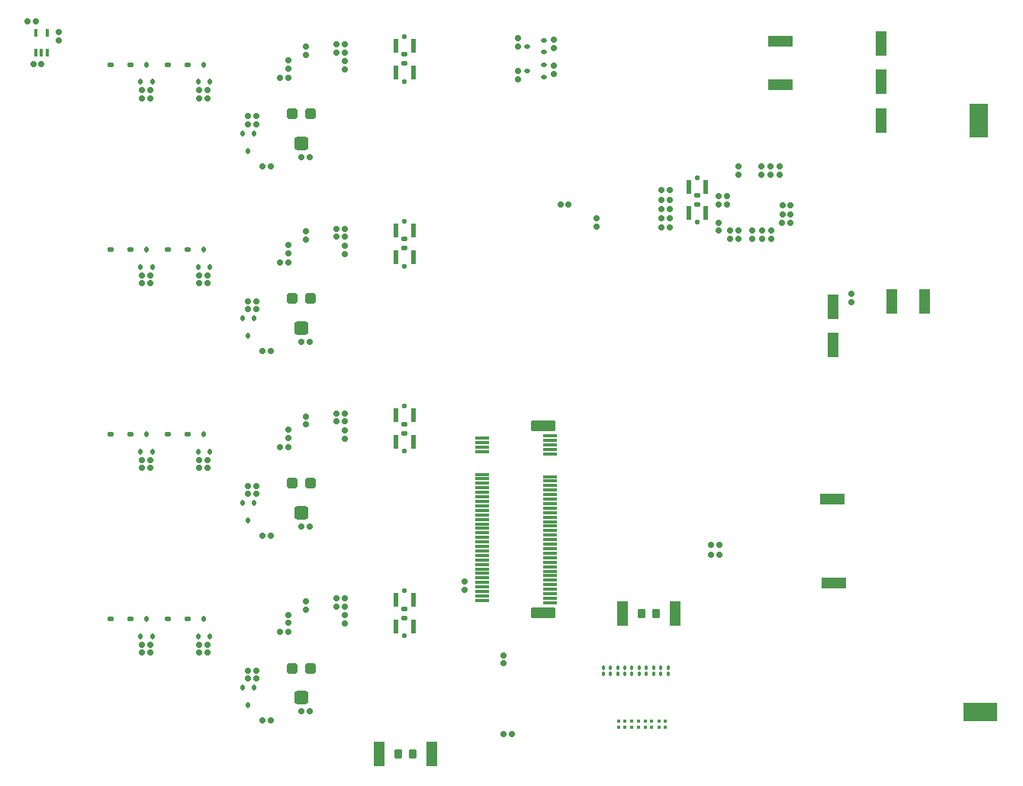
<source format=gbp>
G04*
G04 #@! TF.GenerationSoftware,Altium Limited,Altium Designer,23.0.1 (38)*
G04*
G04 Layer_Color=128*
%FSAX25Y25*%
%MOIN*%
G70*
G04*
G04 #@! TF.SameCoordinates,6E8D14A1-A76B-48EF-8A5D-7AFE63AE9358*
G04*
G04*
G04 #@! TF.FilePolarity,Positive*
G04*
G01*
G75*
G04:AMPARAMS|DCode=28|XSize=23.62mil|YSize=23.62mil|CornerRadius=5.91mil|HoleSize=0mil|Usage=FLASHONLY|Rotation=180.000|XOffset=0mil|YOffset=0mil|HoleType=Round|Shape=RoundedRectangle|*
%AMROUNDEDRECTD28*
21,1,0.02362,0.01181,0,0,180.0*
21,1,0.01181,0.02362,0,0,180.0*
1,1,0.01181,-0.00591,0.00591*
1,1,0.01181,0.00591,0.00591*
1,1,0.01181,0.00591,-0.00591*
1,1,0.01181,-0.00591,-0.00591*
%
%ADD28ROUNDEDRECTD28*%
G04:AMPARAMS|DCode=29|XSize=23.62mil|YSize=23.62mil|CornerRadius=5.91mil|HoleSize=0mil|Usage=FLASHONLY|Rotation=270.000|XOffset=0mil|YOffset=0mil|HoleType=Round|Shape=RoundedRectangle|*
%AMROUNDEDRECTD29*
21,1,0.02362,0.01181,0,0,270.0*
21,1,0.01181,0.02362,0,0,270.0*
1,1,0.01181,-0.00591,-0.00591*
1,1,0.01181,-0.00591,0.00591*
1,1,0.01181,0.00591,0.00591*
1,1,0.01181,0.00591,-0.00591*
%
%ADD29ROUNDEDRECTD29*%
G04:AMPARAMS|DCode=30|XSize=25.2mil|YSize=25.2mil|CornerRadius=6.3mil|HoleSize=0mil|Usage=FLASHONLY|Rotation=270.000|XOffset=0mil|YOffset=0mil|HoleType=Round|Shape=RoundedRectangle|*
%AMROUNDEDRECTD30*
21,1,0.02520,0.01260,0,0,270.0*
21,1,0.01260,0.02520,0,0,270.0*
1,1,0.01260,-0.00630,-0.00630*
1,1,0.01260,-0.00630,0.00630*
1,1,0.01260,0.00630,0.00630*
1,1,0.01260,0.00630,-0.00630*
%
%ADD30ROUNDEDRECTD30*%
G04:AMPARAMS|DCode=35|XSize=39.37mil|YSize=35.43mil|CornerRadius=8.86mil|HoleSize=0mil|Usage=FLASHONLY|Rotation=90.000|XOffset=0mil|YOffset=0mil|HoleType=Round|Shape=RoundedRectangle|*
%AMROUNDEDRECTD35*
21,1,0.03937,0.01772,0,0,90.0*
21,1,0.02165,0.03543,0,0,90.0*
1,1,0.01772,0.00886,0.01083*
1,1,0.01772,0.00886,-0.01083*
1,1,0.01772,-0.00886,-0.01083*
1,1,0.01772,-0.00886,0.01083*
%
%ADD35ROUNDEDRECTD35*%
G04:AMPARAMS|DCode=37|XSize=25.2mil|YSize=25.2mil|CornerRadius=6.3mil|HoleSize=0mil|Usage=FLASHONLY|Rotation=180.000|XOffset=0mil|YOffset=0mil|HoleType=Round|Shape=RoundedRectangle|*
%AMROUNDEDRECTD37*
21,1,0.02520,0.01260,0,0,180.0*
21,1,0.01260,0.02520,0,0,180.0*
1,1,0.01260,-0.00630,0.00630*
1,1,0.01260,0.00630,0.00630*
1,1,0.01260,0.00630,-0.00630*
1,1,0.01260,-0.00630,-0.00630*
%
%ADD37ROUNDEDRECTD37*%
G04:AMPARAMS|DCode=67|XSize=13.78mil|YSize=15.75mil|CornerRadius=3.45mil|HoleSize=0mil|Usage=FLASHONLY|Rotation=0.000|XOffset=0mil|YOffset=0mil|HoleType=Round|Shape=RoundedRectangle|*
%AMROUNDEDRECTD67*
21,1,0.01378,0.00886,0,0,0.0*
21,1,0.00689,0.01575,0,0,0.0*
1,1,0.00689,0.00345,-0.00443*
1,1,0.00689,-0.00345,-0.00443*
1,1,0.00689,-0.00345,0.00443*
1,1,0.00689,0.00345,0.00443*
%
%ADD67ROUNDEDRECTD67*%
G04:AMPARAMS|DCode=72|XSize=16.54mil|YSize=18.11mil|CornerRadius=4.13mil|HoleSize=0mil|Usage=FLASHONLY|Rotation=0.000|XOffset=0mil|YOffset=0mil|HoleType=Round|Shape=RoundedRectangle|*
%AMROUNDEDRECTD72*
21,1,0.01654,0.00984,0,0,0.0*
21,1,0.00827,0.01811,0,0,0.0*
1,1,0.00827,0.00413,-0.00492*
1,1,0.00827,-0.00413,-0.00492*
1,1,0.00827,-0.00413,0.00492*
1,1,0.00827,0.00413,0.00492*
%
%ADD72ROUNDEDRECTD72*%
G04:AMPARAMS|DCode=187|XSize=18.5mil|YSize=23.62mil|CornerRadius=4.63mil|HoleSize=0mil|Usage=FLASHONLY|Rotation=270.000|XOffset=0mil|YOffset=0mil|HoleType=Round|Shape=RoundedRectangle|*
%AMROUNDEDRECTD187*
21,1,0.01850,0.01437,0,0,270.0*
21,1,0.00925,0.02362,0,0,270.0*
1,1,0.00925,-0.00719,-0.00463*
1,1,0.00925,-0.00719,0.00463*
1,1,0.00925,0.00719,0.00463*
1,1,0.00925,0.00719,-0.00463*
%
%ADD187ROUNDEDRECTD187*%
G04:AMPARAMS|DCode=188|XSize=25.59mil|YSize=19.68mil|CornerRadius=4.92mil|HoleSize=0mil|Usage=FLASHONLY|Rotation=0.000|XOffset=0mil|YOffset=0mil|HoleType=Round|Shape=RoundedRectangle|*
%AMROUNDEDRECTD188*
21,1,0.02559,0.00984,0,0,0.0*
21,1,0.01575,0.01968,0,0,0.0*
1,1,0.00984,0.00787,-0.00492*
1,1,0.00984,-0.00787,-0.00492*
1,1,0.00984,-0.00787,0.00492*
1,1,0.00984,0.00787,0.00492*
%
%ADD188ROUNDEDRECTD188*%
G04:AMPARAMS|DCode=189|XSize=18.5mil|YSize=23.62mil|CornerRadius=4.63mil|HoleSize=0mil|Usage=FLASHONLY|Rotation=180.000|XOffset=0mil|YOffset=0mil|HoleType=Round|Shape=RoundedRectangle|*
%AMROUNDEDRECTD189*
21,1,0.01850,0.01437,0,0,180.0*
21,1,0.00925,0.02362,0,0,180.0*
1,1,0.00925,-0.00463,0.00719*
1,1,0.00925,0.00463,0.00719*
1,1,0.00925,0.00463,-0.00719*
1,1,0.00925,-0.00463,-0.00719*
%
%ADD189ROUNDEDRECTD189*%
G04:AMPARAMS|DCode=190|XSize=47.24mil|YSize=47.24mil|CornerRadius=11.81mil|HoleSize=0mil|Usage=FLASHONLY|Rotation=0.000|XOffset=0mil|YOffset=0mil|HoleType=Round|Shape=RoundedRectangle|*
%AMROUNDEDRECTD190*
21,1,0.04724,0.02362,0,0,0.0*
21,1,0.02362,0.04724,0,0,0.0*
1,1,0.02362,0.01181,-0.01181*
1,1,0.02362,-0.01181,-0.01181*
1,1,0.02362,-0.01181,0.01181*
1,1,0.02362,0.01181,0.01181*
%
%ADD190ROUNDEDRECTD190*%
G04:AMPARAMS|DCode=191|XSize=62.99mil|YSize=59.06mil|CornerRadius=14.76mil|HoleSize=0mil|Usage=FLASHONLY|Rotation=0.000|XOffset=0mil|YOffset=0mil|HoleType=Round|Shape=RoundedRectangle|*
%AMROUNDEDRECTD191*
21,1,0.06299,0.02953,0,0,0.0*
21,1,0.03347,0.05906,0,0,0.0*
1,1,0.02953,0.01673,-0.01476*
1,1,0.02953,-0.01673,-0.01476*
1,1,0.02953,-0.01673,0.01476*
1,1,0.02953,0.01673,0.01476*
%
%ADD191ROUNDEDRECTD191*%
G04:AMPARAMS|DCode=192|XSize=19.68mil|YSize=19.68mil|CornerRadius=4.92mil|HoleSize=0mil|Usage=FLASHONLY|Rotation=180.000|XOffset=0mil|YOffset=0mil|HoleType=Round|Shape=RoundedRectangle|*
%AMROUNDEDRECTD192*
21,1,0.01968,0.00984,0,0,180.0*
21,1,0.00984,0.01968,0,0,180.0*
1,1,0.00984,-0.00492,0.00492*
1,1,0.00984,0.00492,0.00492*
1,1,0.00984,0.00492,-0.00492*
1,1,0.00984,-0.00492,-0.00492*
%
%ADD192ROUNDEDRECTD192*%
G04:AMPARAMS|DCode=193|XSize=23.62mil|YSize=21.65mil|CornerRadius=5.41mil|HoleSize=0mil|Usage=FLASHONLY|Rotation=180.000|XOffset=0mil|YOffset=0mil|HoleType=Round|Shape=RoundedRectangle|*
%AMROUNDEDRECTD193*
21,1,0.02362,0.01083,0,0,180.0*
21,1,0.01280,0.02165,0,0,180.0*
1,1,0.01083,-0.00640,0.00541*
1,1,0.01083,0.00640,0.00541*
1,1,0.01083,0.00640,-0.00541*
1,1,0.01083,-0.00640,-0.00541*
%
%ADD193ROUNDEDRECTD193*%
G04:AMPARAMS|DCode=194|XSize=22.84mil|YSize=62.21mil|CornerRadius=5.71mil|HoleSize=0mil|Usage=FLASHONLY|Rotation=180.000|XOffset=0mil|YOffset=0mil|HoleType=Round|Shape=RoundedRectangle|*
%AMROUNDEDRECTD194*
21,1,0.02284,0.05079,0,0,180.0*
21,1,0.01142,0.06221,0,0,180.0*
1,1,0.01142,-0.00571,0.02539*
1,1,0.01142,0.00571,0.02539*
1,1,0.01142,0.00571,-0.02539*
1,1,0.01142,-0.00571,-0.02539*
%
%ADD194ROUNDEDRECTD194*%
G04:AMPARAMS|DCode=195|XSize=108.27mil|YSize=47.24mil|CornerRadius=2.36mil|HoleSize=0mil|Usage=FLASHONLY|Rotation=90.000|XOffset=0mil|YOffset=0mil|HoleType=Round|Shape=RoundedRectangle|*
%AMROUNDEDRECTD195*
21,1,0.10827,0.04252,0,0,90.0*
21,1,0.10354,0.04724,0,0,90.0*
1,1,0.00472,0.02126,0.05177*
1,1,0.00472,0.02126,-0.05177*
1,1,0.00472,-0.02126,-0.05177*
1,1,0.00472,-0.02126,0.05177*
%
%ADD195ROUNDEDRECTD195*%
G04:AMPARAMS|DCode=196|XSize=108.27mil|YSize=47.24mil|CornerRadius=2.36mil|HoleSize=0mil|Usage=FLASHONLY|Rotation=180.000|XOffset=0mil|YOffset=0mil|HoleType=Round|Shape=RoundedRectangle|*
%AMROUNDEDRECTD196*
21,1,0.10827,0.04252,0,0,180.0*
21,1,0.10354,0.04724,0,0,180.0*
1,1,0.00472,-0.05177,0.02126*
1,1,0.00472,0.05177,0.02126*
1,1,0.00472,0.05177,-0.02126*
1,1,0.00472,-0.05177,-0.02126*
%
%ADD196ROUNDEDRECTD196*%
G04:AMPARAMS|DCode=197|XSize=149.61mil|YSize=79.92mil|CornerRadius=4mil|HoleSize=0mil|Usage=FLASHONLY|Rotation=90.000|XOffset=0mil|YOffset=0mil|HoleType=Round|Shape=RoundedRectangle|*
%AMROUNDEDRECTD197*
21,1,0.14961,0.07193,0,0,90.0*
21,1,0.14161,0.07992,0,0,90.0*
1,1,0.00799,0.03597,0.07081*
1,1,0.00799,0.03597,-0.07081*
1,1,0.00799,-0.03597,-0.07081*
1,1,0.00799,-0.03597,0.07081*
%
%ADD197ROUNDEDRECTD197*%
G04:AMPARAMS|DCode=198|XSize=15.75mil|YSize=33.47mil|CornerRadius=3.94mil|HoleSize=0mil|Usage=FLASHONLY|Rotation=0.000|XOffset=0mil|YOffset=0mil|HoleType=Round|Shape=RoundedRectangle|*
%AMROUNDEDRECTD198*
21,1,0.01575,0.02559,0,0,0.0*
21,1,0.00787,0.03347,0,0,0.0*
1,1,0.00787,0.00394,-0.01280*
1,1,0.00787,-0.00394,-0.01280*
1,1,0.00787,-0.00394,0.01280*
1,1,0.00787,0.00394,0.01280*
%
%ADD198ROUNDEDRECTD198*%
G04:AMPARAMS|DCode=199|XSize=149.61mil|YSize=79.92mil|CornerRadius=4mil|HoleSize=0mil|Usage=FLASHONLY|Rotation=0.000|XOffset=0mil|YOffset=0mil|HoleType=Round|Shape=RoundedRectangle|*
%AMROUNDEDRECTD199*
21,1,0.14961,0.07193,0,0,0.0*
21,1,0.14161,0.07992,0,0,0.0*
1,1,0.00799,0.07081,-0.03597*
1,1,0.00799,-0.07081,-0.03597*
1,1,0.00799,-0.07081,0.03597*
1,1,0.00799,0.07081,0.03597*
%
%ADD199ROUNDEDRECTD199*%
G04:AMPARAMS|DCode=200|XSize=12mil|YSize=61mil|CornerRadius=3mil|HoleSize=0mil|Usage=FLASHONLY|Rotation=90.000|XOffset=0mil|YOffset=0mil|HoleType=Round|Shape=RoundedRectangle|*
%AMROUNDEDRECTD200*
21,1,0.01200,0.05500,0,0,90.0*
21,1,0.00600,0.06100,0,0,90.0*
1,1,0.00600,0.02750,0.00300*
1,1,0.00600,0.02750,-0.00300*
1,1,0.00600,-0.02750,-0.00300*
1,1,0.00600,-0.02750,0.00300*
%
%ADD200ROUNDEDRECTD200*%
G04:AMPARAMS|DCode=201|XSize=47mil|YSize=108mil|CornerRadius=4.7mil|HoleSize=0mil|Usage=FLASHONLY|Rotation=90.000|XOffset=0mil|YOffset=0mil|HoleType=Round|Shape=RoundedRectangle|*
%AMROUNDEDRECTD201*
21,1,0.04700,0.09860,0,0,90.0*
21,1,0.03760,0.10800,0,0,90.0*
1,1,0.00940,0.04930,0.01880*
1,1,0.00940,0.04930,-0.01880*
1,1,0.00940,-0.04930,-0.01880*
1,1,0.00940,-0.04930,0.01880*
%
%ADD201ROUNDEDRECTD201*%
D28*
X0248917Y0365158D02*
D03*
Y0361614D02*
D03*
X0264567Y0364370D02*
D03*
Y0360827D02*
D03*
X0248917Y0347244D02*
D03*
Y0350787D02*
D03*
X0264567Y0353150D02*
D03*
Y0349606D02*
D03*
X0088189Y0096653D02*
D03*
Y0100197D02*
D03*
X0113287Y0096653D02*
D03*
Y0100197D02*
D03*
X0084646Y0096653D02*
D03*
Y0100197D02*
D03*
X0109744Y0096653D02*
D03*
Y0100197D02*
D03*
X0148622Y0109744D02*
D03*
Y0113287D02*
D03*
X0131004Y0088878D02*
D03*
Y0085335D02*
D03*
X0134744Y0088878D02*
D03*
Y0085335D02*
D03*
X0088189Y0177362D02*
D03*
Y0180905D02*
D03*
X0113287Y0177362D02*
D03*
Y0180905D02*
D03*
X0084646Y0177362D02*
D03*
Y0180905D02*
D03*
X0109744Y0177362D02*
D03*
Y0180905D02*
D03*
X0148622Y0190453D02*
D03*
Y0193996D02*
D03*
X0131004Y0169587D02*
D03*
Y0166043D02*
D03*
X0134744Y0169587D02*
D03*
Y0166043D02*
D03*
X0088189Y0258071D02*
D03*
Y0261614D02*
D03*
X0113287Y0258071D02*
D03*
Y0261614D02*
D03*
X0084646Y0258071D02*
D03*
Y0261614D02*
D03*
X0109744Y0258071D02*
D03*
Y0261614D02*
D03*
X0148622Y0271162D02*
D03*
Y0274705D02*
D03*
X0131004Y0250295D02*
D03*
Y0246752D02*
D03*
X0134744Y0250295D02*
D03*
Y0246752D02*
D03*
X0109744Y0342323D02*
D03*
Y0338779D02*
D03*
X0113287D02*
D03*
Y0342323D02*
D03*
X0134744Y0331004D02*
D03*
Y0327461D02*
D03*
X0148622Y0355413D02*
D03*
Y0351870D02*
D03*
X0084646Y0342323D02*
D03*
Y0338779D02*
D03*
X0088189D02*
D03*
Y0342323D02*
D03*
X0131004Y0331004D02*
D03*
Y0327461D02*
D03*
X0394488Y0249803D02*
D03*
Y0253346D02*
D03*
X0336614Y0281004D02*
D03*
Y0284547D02*
D03*
X0169587Y0362500D02*
D03*
Y0281890D02*
D03*
X0169587Y0201181D02*
D03*
Y0120472D02*
D03*
X0173327Y0116929D02*
D03*
Y0120472D02*
D03*
Y0197638D02*
D03*
Y0201181D02*
D03*
X0173327Y0358957D02*
D03*
Y0362500D02*
D03*
Y0278346D02*
D03*
Y0281890D02*
D03*
X0169587Y0116929D02*
D03*
Y0197638D02*
D03*
X0169587Y0278346D02*
D03*
Y0358957D02*
D03*
X0225590Y0124213D02*
D03*
Y0127756D02*
D03*
X0242618Y0092027D02*
D03*
Y0095571D02*
D03*
X0283169Y0282874D02*
D03*
Y0286417D02*
D03*
D29*
X0154232Y0071063D02*
D03*
X0157776D02*
D03*
X0140847Y0067126D02*
D03*
X0137303D02*
D03*
X0154232Y0151772D02*
D03*
X0157776D02*
D03*
X0140847Y0147835D02*
D03*
X0137303D02*
D03*
X0154232Y0232480D02*
D03*
X0157776D02*
D03*
X0140847Y0228543D02*
D03*
X0137303D02*
D03*
X0154232Y0313189D02*
D03*
X0157776D02*
D03*
X0137303Y0309252D02*
D03*
X0140847D02*
D03*
X0364469Y0288287D02*
D03*
X0368012D02*
D03*
Y0292126D02*
D03*
X0364469D02*
D03*
X0034547Y0372441D02*
D03*
X0038091D02*
D03*
X0037106Y0353937D02*
D03*
X0040650D02*
D03*
X0333268Y0139370D02*
D03*
X0336811D02*
D03*
X0333268Y0143701D02*
D03*
X0336811D02*
D03*
X0246161Y0061024D02*
D03*
X0242618D02*
D03*
X0267421Y0292323D02*
D03*
X0270965D02*
D03*
D30*
X0145039Y0105807D02*
D03*
X0148661D02*
D03*
X0145039Y0186516D02*
D03*
X0148661D02*
D03*
X0145039Y0267224D02*
D03*
X0148661D02*
D03*
Y0347933D02*
D03*
X0145039D02*
D03*
X0364331Y0284449D02*
D03*
X0367953D02*
D03*
X0340295Y0296260D02*
D03*
X0336673D02*
D03*
Y0292323D02*
D03*
X0340295D02*
D03*
X0315098Y0298721D02*
D03*
X0311476D02*
D03*
X0315098Y0294587D02*
D03*
X0311476D02*
D03*
X0315098Y0286516D02*
D03*
X0311476D02*
D03*
X0315098Y0290453D02*
D03*
X0311476D02*
D03*
X0315098Y0282579D02*
D03*
X0311476D02*
D03*
D35*
X0302953Y0113779D02*
D03*
X0309252D02*
D03*
X0202854Y0052559D02*
D03*
X0196555D02*
D03*
D37*
X0355217Y0309095D02*
D03*
Y0305472D02*
D03*
X0156398Y0119232D02*
D03*
Y0115610D02*
D03*
Y0199941D02*
D03*
Y0196319D02*
D03*
Y0280650D02*
D03*
Y0277028D02*
D03*
Y0357736D02*
D03*
Y0361358D02*
D03*
X0363090Y0305472D02*
D03*
Y0309095D02*
D03*
X0359154Y0305472D02*
D03*
Y0309095D02*
D03*
X0345374Y0305374D02*
D03*
Y0308996D02*
D03*
X0359547Y0281240D02*
D03*
Y0277618D02*
D03*
X0355610Y0281240D02*
D03*
Y0277618D02*
D03*
X0351279D02*
D03*
Y0281240D02*
D03*
X0345374D02*
D03*
Y0277618D02*
D03*
X0341437Y0281240D02*
D03*
Y0277618D02*
D03*
X0048327Y0367756D02*
D03*
Y0364134D02*
D03*
X0173327Y0274547D02*
D03*
Y0270925D02*
D03*
Y0193839D02*
D03*
Y0190217D02*
D03*
Y0113130D02*
D03*
Y0109508D02*
D03*
Y0355157D02*
D03*
Y0351535D02*
D03*
D67*
X0292815Y0066732D02*
D03*
Y0064173D02*
D03*
X0295571Y0066732D02*
D03*
Y0064173D02*
D03*
X0298721Y0066732D02*
D03*
Y0064173D02*
D03*
X0301476Y0066732D02*
D03*
Y0064173D02*
D03*
X0304626Y0066732D02*
D03*
Y0064173D02*
D03*
X0307382Y0066732D02*
D03*
Y0064173D02*
D03*
X0310531Y0066732D02*
D03*
Y0064173D02*
D03*
X0313287Y0066732D02*
D03*
Y0064173D02*
D03*
D72*
X0286122Y0090118D02*
D03*
Y0087441D02*
D03*
X0292421Y0090118D02*
D03*
Y0087441D02*
D03*
X0295571Y0090118D02*
D03*
Y0087441D02*
D03*
X0298721Y0090118D02*
D03*
Y0087441D02*
D03*
X0301870Y0090118D02*
D03*
Y0087441D02*
D03*
X0305020Y0090118D02*
D03*
Y0087441D02*
D03*
X0308169Y0090118D02*
D03*
Y0087441D02*
D03*
X0314469Y0090118D02*
D03*
Y0087441D02*
D03*
X0289272Y0090118D02*
D03*
Y0087441D02*
D03*
X0311319Y0090118D02*
D03*
Y0087441D02*
D03*
D187*
X0252854Y0361614D02*
D03*
X0260335Y0364173D02*
D03*
Y0359055D02*
D03*
X0252854Y0350787D02*
D03*
X0260335Y0353346D02*
D03*
Y0348228D02*
D03*
D188*
X0079626Y0111319D02*
D03*
X0070964D02*
D03*
X0104724D02*
D03*
X0096063D02*
D03*
X0079626Y0192027D02*
D03*
X0070964D02*
D03*
X0104724D02*
D03*
X0096063D02*
D03*
X0079626Y0272736D02*
D03*
X0070964D02*
D03*
X0104724D02*
D03*
X0096063D02*
D03*
Y0353445D02*
D03*
X0104724D02*
D03*
X0070964D02*
D03*
X0079626D02*
D03*
D189*
X0086614Y0111319D02*
D03*
X0089173Y0103839D02*
D03*
X0084055D02*
D03*
X0111713Y0111319D02*
D03*
X0114272Y0103839D02*
D03*
X0109153D02*
D03*
X0131004Y0073819D02*
D03*
X0128445Y0081299D02*
D03*
X0133563D02*
D03*
X0086614Y0192028D02*
D03*
X0089173Y0184547D02*
D03*
X0084055D02*
D03*
X0111713Y0192028D02*
D03*
X0114272Y0184547D02*
D03*
X0109153D02*
D03*
X0131004Y0154527D02*
D03*
X0128445Y0162008D02*
D03*
X0133563D02*
D03*
X0086614Y0272736D02*
D03*
X0089173Y0265256D02*
D03*
X0084055D02*
D03*
X0111713Y0272736D02*
D03*
X0114272Y0265256D02*
D03*
X0109153D02*
D03*
X0131004Y0235236D02*
D03*
X0128445Y0242717D02*
D03*
X0133563D02*
D03*
X0109153Y0345965D02*
D03*
X0111713Y0353445D02*
D03*
X0114272Y0345965D02*
D03*
X0084055D02*
D03*
X0086614Y0353445D02*
D03*
X0089173Y0345965D02*
D03*
X0131004Y0315945D02*
D03*
X0128445Y0323425D02*
D03*
X0133563D02*
D03*
D190*
X0150295Y0089961D02*
D03*
X0158169D02*
D03*
X0150295Y0170669D02*
D03*
X0158169D02*
D03*
X0150295Y0251378D02*
D03*
X0158169D02*
D03*
X0150295Y0332087D02*
D03*
X0158169D02*
D03*
D191*
X0154232Y0077165D02*
D03*
Y0157874D02*
D03*
Y0238583D02*
D03*
Y0319291D02*
D03*
D192*
X0199333Y0365812D02*
D03*
Y0285104D02*
D03*
Y0204395D02*
D03*
Y0123686D02*
D03*
X0199409Y0346260D02*
D03*
Y0265551D02*
D03*
Y0184843D02*
D03*
Y0104134D02*
D03*
X0327264Y0304232D02*
D03*
Y0284744D02*
D03*
D193*
X0199333Y0358036D02*
D03*
Y0277328D02*
D03*
Y0196619D02*
D03*
Y0115910D02*
D03*
X0199409Y0354035D02*
D03*
Y0273327D02*
D03*
Y0192618D02*
D03*
Y0111909D02*
D03*
X0327264Y0296457D02*
D03*
Y0292520D02*
D03*
D194*
X0195553Y0361875D02*
D03*
X0203113D02*
D03*
X0195553Y0281167D02*
D03*
X0203113D02*
D03*
X0195553Y0200458D02*
D03*
X0203113D02*
D03*
X0195553Y0119749D02*
D03*
X0203113D02*
D03*
X0203189Y0350197D02*
D03*
X0195630D02*
D03*
X0203189Y0269488D02*
D03*
X0195630D02*
D03*
X0203189Y0188779D02*
D03*
X0195630D02*
D03*
X0203189Y0108071D02*
D03*
X0195630D02*
D03*
X0323484Y0300295D02*
D03*
X0331043D02*
D03*
Y0288681D02*
D03*
X0323484D02*
D03*
D195*
X0412303Y0250000D02*
D03*
X0386614Y0247835D02*
D03*
Y0231102D02*
D03*
X0426575Y0250000D02*
D03*
X0407480Y0329134D02*
D03*
Y0345965D02*
D03*
Y0362894D02*
D03*
X0317717Y0113779D02*
D03*
X0294587D02*
D03*
X0188287Y0052461D02*
D03*
X0211319Y0052559D02*
D03*
D196*
X0386811Y0127264D02*
D03*
X0386319Y0163878D02*
D03*
X0363681Y0363878D02*
D03*
Y0344882D02*
D03*
D197*
X0450394Y0329134D02*
D03*
D198*
X0043209Y0358760D02*
D03*
X0040650D02*
D03*
X0038091D02*
D03*
Y0367618D02*
D03*
X0043209D02*
D03*
D199*
X0450787Y0070866D02*
D03*
D200*
X0262894Y0118504D02*
D03*
X0233169Y0119488D02*
D03*
X0262894Y0120473D02*
D03*
X0233169Y0121457D02*
D03*
X0262894Y0122441D02*
D03*
X0233169Y0123425D02*
D03*
X0262894Y0124409D02*
D03*
X0233169Y0125394D02*
D03*
X0262894Y0126378D02*
D03*
X0233169Y0127362D02*
D03*
X0262894Y0128347D02*
D03*
X0233169Y0129331D02*
D03*
X0262894Y0130315D02*
D03*
X0233169Y0131299D02*
D03*
X0262894Y0132283D02*
D03*
X0233169Y0133268D02*
D03*
X0262894Y0134252D02*
D03*
X0233169Y0135236D02*
D03*
X0262894Y0136221D02*
D03*
X0233169Y0137205D02*
D03*
X0262894Y0138189D02*
D03*
X0233169Y0139173D02*
D03*
X0262894Y0140157D02*
D03*
X0233169Y0141142D02*
D03*
X0262894Y0142126D02*
D03*
X0233169Y0143110D02*
D03*
X0262894Y0144095D02*
D03*
X0233169Y0145079D02*
D03*
X0262894Y0146063D02*
D03*
X0233169Y0147047D02*
D03*
X0262894Y0148031D02*
D03*
X0233169Y0149016D02*
D03*
X0262894Y0150000D02*
D03*
X0233169Y0150984D02*
D03*
X0262894Y0151969D02*
D03*
X0233169Y0152953D02*
D03*
X0262894Y0153937D02*
D03*
X0233169Y0154921D02*
D03*
X0262894Y0155905D02*
D03*
X0233169Y0156890D02*
D03*
X0262894Y0157874D02*
D03*
X0233169Y0158858D02*
D03*
X0262894Y0159843D02*
D03*
X0233169Y0160827D02*
D03*
X0262894Y0161811D02*
D03*
X0233169Y0162795D02*
D03*
X0262894Y0163779D02*
D03*
X0233169Y0164764D02*
D03*
X0262894Y0165748D02*
D03*
X0233169Y0166732D02*
D03*
X0262894Y0167717D02*
D03*
X0233169Y0168701D02*
D03*
X0262894Y0169685D02*
D03*
X0233169Y0170669D02*
D03*
X0262894Y0171653D02*
D03*
X0233169Y0172638D02*
D03*
X0262894Y0173622D02*
D03*
X0233169Y0174606D02*
D03*
X0262894Y0183465D02*
D03*
X0233169Y0184449D02*
D03*
X0262894Y0185433D02*
D03*
X0233169Y0186417D02*
D03*
X0262894Y0187402D02*
D03*
X0233169Y0188386D02*
D03*
X0262894Y0189370D02*
D03*
X0233169Y0190354D02*
D03*
X0262894Y0191339D02*
D03*
D201*
X0259842Y0114173D02*
D03*
Y0195669D02*
D03*
M02*

</source>
